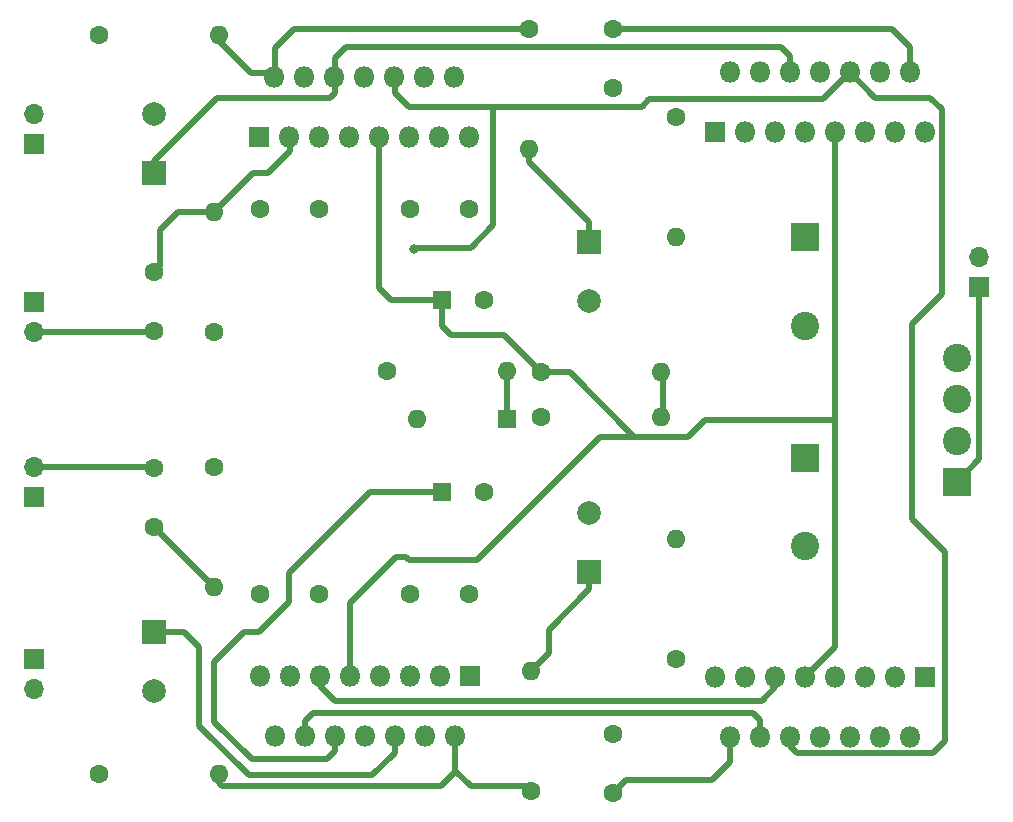
<source format=gbr>
G04 #@! TF.GenerationSoftware,KiCad,Pcbnew,(5.1.8-0-10_14)*
G04 #@! TF.CreationDate,2020-12-22T15:40:18-08:00*
G04 #@! TF.ProjectId,DualPedalBoardAmpSt,4475616c-5065-4646-916c-426f61726441,rev?*
G04 #@! TF.SameCoordinates,Original*
G04 #@! TF.FileFunction,Copper,L4,Bot*
G04 #@! TF.FilePolarity,Positive*
%FSLAX46Y46*%
G04 Gerber Fmt 4.6, Leading zero omitted, Abs format (unit mm)*
G04 Created by KiCad (PCBNEW (5.1.8-0-10_14)) date 2020-12-22 15:40:18*
%MOMM*%
%LPD*%
G01*
G04 APERTURE LIST*
G04 #@! TA.AperFunction,ComponentPad*
%ADD10C,2.400000*%
G04 #@! TD*
G04 #@! TA.AperFunction,ComponentPad*
%ADD11R,2.400000X2.400000*%
G04 #@! TD*
G04 #@! TA.AperFunction,ComponentPad*
%ADD12O,1.800000X1.800000*%
G04 #@! TD*
G04 #@! TA.AperFunction,ComponentPad*
%ADD13R,1.800000X1.800000*%
G04 #@! TD*
G04 #@! TA.AperFunction,ComponentPad*
%ADD14O,1.600000X1.600000*%
G04 #@! TD*
G04 #@! TA.AperFunction,ComponentPad*
%ADD15C,1.600000*%
G04 #@! TD*
G04 #@! TA.AperFunction,ComponentPad*
%ADD16C,2.000000*%
G04 #@! TD*
G04 #@! TA.AperFunction,ComponentPad*
%ADD17R,2.000000X2.000000*%
G04 #@! TD*
G04 #@! TA.AperFunction,ComponentPad*
%ADD18R,1.600000X1.600000*%
G04 #@! TD*
G04 #@! TA.AperFunction,ComponentPad*
%ADD19O,1.700000X1.700000*%
G04 #@! TD*
G04 #@! TA.AperFunction,ComponentPad*
%ADD20R,1.700000X1.700000*%
G04 #@! TD*
G04 #@! TA.AperFunction,ViaPad*
%ADD21C,0.800000*%
G04 #@! TD*
G04 #@! TA.AperFunction,Conductor*
%ADD22C,0.508000*%
G04 #@! TD*
G04 #@! TA.AperFunction,Conductor*
%ADD23C,1.270000*%
G04 #@! TD*
G04 APERTURE END LIST*
D10*
X196215000Y-72050000D03*
X196215000Y-75550000D03*
X196215000Y-79050000D03*
D11*
X196215000Y-82550000D03*
D12*
X175768000Y-99060000D03*
X177038000Y-104140000D03*
X178308000Y-99060000D03*
X179578000Y-104140000D03*
X180848000Y-99060000D03*
X182118000Y-104140000D03*
X183388000Y-99060000D03*
X184658000Y-104140000D03*
X185928000Y-99060000D03*
X187198000Y-104140000D03*
X188468000Y-99060000D03*
X189738000Y-104140000D03*
X191008000Y-99060000D03*
X192278000Y-104140000D03*
D13*
X193548000Y-99060000D03*
D12*
X154940000Y-53340000D03*
X153670000Y-48260000D03*
X152400000Y-53340000D03*
X151130000Y-48260000D03*
X149860000Y-53340000D03*
X148590000Y-48260000D03*
X147320000Y-53340000D03*
X146050000Y-48260000D03*
X144780000Y-53340000D03*
X143510000Y-48260000D03*
X142240000Y-53340000D03*
X140970000Y-48260000D03*
X139700000Y-53340000D03*
X138430000Y-48260000D03*
D13*
X137160000Y-53340000D03*
D14*
X172466000Y-87376000D03*
D15*
X172466000Y-97536000D03*
D12*
X193548000Y-52959000D03*
X192278000Y-47879000D03*
X191008000Y-52959000D03*
X189738000Y-47879000D03*
X188468000Y-52959000D03*
X187198000Y-47879000D03*
X185928000Y-52959000D03*
X184658000Y-47879000D03*
X183388000Y-52959000D03*
X182118000Y-47879000D03*
X180848000Y-52959000D03*
X179578000Y-47879000D03*
X178308000Y-52959000D03*
X177038000Y-47879000D03*
D13*
X175768000Y-52959000D03*
D14*
X172466000Y-61849000D03*
D15*
X172466000Y-51689000D03*
X167132000Y-108886000D03*
X167132000Y-103886000D03*
X167132000Y-44196000D03*
X167132000Y-49196000D03*
D16*
X128270000Y-100250000D03*
D17*
X128270000Y-95250000D03*
D16*
X128270000Y-51388000D03*
D17*
X128270000Y-56388000D03*
D15*
X156154000Y-67183000D03*
D18*
X152654000Y-67183000D03*
D15*
X156154000Y-83439000D03*
D18*
X152654000Y-83439000D03*
D16*
X165100000Y-67230000D03*
D17*
X165100000Y-62230000D03*
D16*
X165100000Y-85170000D03*
D17*
X165100000Y-90170000D03*
D14*
X171196000Y-77089000D03*
D15*
X161036000Y-77089000D03*
X149940000Y-92075000D03*
X154940000Y-92075000D03*
D12*
X137220000Y-99000000D03*
X138490000Y-104080000D03*
X139760000Y-99000000D03*
X141030000Y-104080000D03*
X142300000Y-99000000D03*
X143570000Y-104080000D03*
X144840000Y-99000000D03*
X146110000Y-104080000D03*
X147380000Y-99000000D03*
X148650000Y-104080000D03*
X149920000Y-99000000D03*
X151190000Y-104080000D03*
X152460000Y-99000000D03*
X153730000Y-104080000D03*
D13*
X155000000Y-99000000D03*
D14*
X133731000Y-107315000D03*
D15*
X123571000Y-107315000D03*
D14*
X133350000Y-91440000D03*
D15*
X133350000Y-81280000D03*
D14*
X160147000Y-98552000D03*
D15*
X160147000Y-108712000D03*
D19*
X118110000Y-100076000D03*
D20*
X118110000Y-97536000D03*
D19*
X118110000Y-81280000D03*
D20*
X118110000Y-83820000D03*
D15*
X137240000Y-92000000D03*
X142240000Y-92000000D03*
X128270000Y-81360000D03*
X128270000Y-86360000D03*
D19*
X198120000Y-63500000D03*
D20*
X198120000Y-66040000D03*
D14*
X133731000Y-44704000D03*
D15*
X123571000Y-44704000D03*
D14*
X158115000Y-73152000D03*
D15*
X147955000Y-73152000D03*
D14*
X171196000Y-73279000D03*
D15*
X161036000Y-73279000D03*
D14*
X133350000Y-59690000D03*
D15*
X133350000Y-69850000D03*
D14*
X160020000Y-54356000D03*
D15*
X160020000Y-44196000D03*
D19*
X118110000Y-51435000D03*
D20*
X118110000Y-53975000D03*
D19*
X118110000Y-69850000D03*
D20*
X118110000Y-67310000D03*
D14*
X150495000Y-77216000D03*
D18*
X158115000Y-77216000D03*
D10*
X183388000Y-69349000D03*
D11*
X183388000Y-61849000D03*
D15*
X149940000Y-59436000D03*
X154940000Y-59436000D03*
D10*
X183388000Y-88018000D03*
D11*
X183388000Y-80518000D03*
D15*
X137240000Y-59436000D03*
X142240000Y-59436000D03*
X128270000Y-69770000D03*
X128270000Y-64770000D03*
D21*
X150241000Y-62865000D03*
D22*
X160020000Y-55499000D02*
X160020000Y-54356000D01*
X165100000Y-60579000D02*
X160020000Y-55499000D01*
X165100000Y-62230000D02*
X165100000Y-60579000D01*
X128190000Y-69850000D02*
X118110000Y-69850000D01*
X128270000Y-69770000D02*
X128190000Y-69850000D01*
X139750000Y-54560000D02*
X139750000Y-53000000D01*
X137922000Y-56388000D02*
X139750000Y-54560000D01*
X136652000Y-56388000D02*
X137922000Y-56388000D01*
X133350000Y-59690000D02*
X136652000Y-56388000D01*
X130302000Y-59690000D02*
X133350000Y-59690000D01*
X128778000Y-61214000D02*
X130302000Y-59690000D01*
X128778000Y-64262000D02*
X128778000Y-61214000D01*
X128270000Y-64770000D02*
X128778000Y-64262000D01*
X158115000Y-72771000D02*
X158115000Y-77216000D01*
X133731000Y-45212000D02*
X133731000Y-44704000D01*
X136439000Y-47920000D02*
X133731000Y-45212000D01*
X138480000Y-47920000D02*
X136439000Y-47920000D01*
X138480000Y-45797000D02*
X138480000Y-47920000D01*
X140081000Y-44196000D02*
X138480000Y-45797000D01*
X160020000Y-44196000D02*
X140081000Y-44196000D01*
X198120000Y-80645000D02*
X196215000Y-82550000D01*
X198120000Y-66040000D02*
X198120000Y-80645000D01*
X165100000Y-91630500D02*
X165100000Y-90170000D01*
X161671000Y-95059500D02*
X165100000Y-91630500D01*
X161671000Y-97028000D02*
X161671000Y-95059500D01*
X160147000Y-98552000D02*
X161671000Y-97028000D01*
X128190000Y-81280000D02*
X118110000Y-81280000D01*
X128270000Y-81360000D02*
X128190000Y-81280000D01*
X133350000Y-91440000D02*
X128270000Y-86360000D01*
X133731000Y-108077000D02*
X133731000Y-107315000D01*
X133985000Y-108331000D02*
X133731000Y-108077000D01*
X153730000Y-107128000D02*
X152527000Y-108331000D01*
X152527000Y-108331000D02*
X133985000Y-108331000D01*
X153730000Y-104080000D02*
X153730000Y-107128000D01*
X159766000Y-108331000D02*
X160147000Y-108712000D01*
X155067000Y-108331000D02*
X159766000Y-108331000D01*
X153730000Y-106994000D02*
X155067000Y-108331000D01*
X153730000Y-104080000D02*
X153730000Y-106994000D01*
D23*
X183388000Y-69215000D02*
X183388000Y-69349000D01*
X183381000Y-69342000D02*
X183388000Y-69349000D01*
D22*
X148640000Y-49580000D02*
X149860000Y-50800000D01*
X148640000Y-47920000D02*
X148640000Y-49580000D01*
X149860000Y-50800000D02*
X156972000Y-50800000D01*
X169545000Y-50800000D02*
X156972000Y-50800000D01*
X170180000Y-50165000D02*
X169545000Y-50800000D01*
X184912000Y-50165000D02*
X170180000Y-50165000D01*
X187198000Y-47879000D02*
X184912000Y-50165000D01*
X182710001Y-105494001D02*
X194225999Y-105494001D01*
X195199000Y-104521000D02*
X195199000Y-98093798D01*
X194225999Y-105494001D02*
X195199000Y-104521000D01*
X182118000Y-104902000D02*
X182710001Y-105494001D01*
X182118000Y-104140000D02*
X182118000Y-104902000D01*
X189322999Y-50003999D02*
X187198000Y-47879000D01*
X194945000Y-50961001D02*
X193987998Y-50003999D01*
X193987998Y-50003999D02*
X189322999Y-50003999D01*
X192405000Y-85725000D02*
X192405000Y-69215000D01*
X195199000Y-88519000D02*
X192405000Y-85725000D01*
X194945000Y-66675000D02*
X194945000Y-50961001D01*
X192405000Y-69215000D02*
X194945000Y-66675000D01*
X195199000Y-98044000D02*
X195199000Y-88519000D01*
X156972000Y-60833000D02*
X155067000Y-62738000D01*
X150368000Y-62738000D02*
X150241000Y-62865000D01*
X155067000Y-62738000D02*
X150368000Y-62738000D01*
X156972000Y-50800000D02*
X156972000Y-60833000D01*
X146558000Y-83439000D02*
X152654000Y-83439000D01*
X139700000Y-90297000D02*
X146558000Y-83439000D01*
X135890000Y-95250000D02*
X137160000Y-95250000D01*
X133350000Y-102870000D02*
X133350000Y-97790000D01*
X139700000Y-92710000D02*
X139700000Y-90297000D01*
X137160000Y-95250000D02*
X139700000Y-92710000D01*
X142875000Y-106045000D02*
X136525000Y-106045000D01*
X136525000Y-106045000D02*
X133350000Y-102870000D01*
X133350000Y-97790000D02*
X135890000Y-95250000D01*
X143570000Y-105350000D02*
X142875000Y-106045000D01*
X143570000Y-104080000D02*
X143570000Y-105350000D01*
X185928000Y-96520000D02*
X183388000Y-99060000D01*
X185928000Y-52959000D02*
X185928000Y-96520000D01*
X183388000Y-99060000D02*
X182880000Y-98552000D01*
X147320000Y-53050000D02*
X147370000Y-53000000D01*
X148336000Y-67183000D02*
X147320000Y-66167000D01*
X147320000Y-66167000D02*
X147320000Y-53050000D01*
X152654000Y-67183000D02*
X148336000Y-67183000D01*
X163449000Y-73279000D02*
X161036000Y-73279000D01*
X173482000Y-78740000D02*
X168910000Y-78740000D01*
X168910000Y-78740000D02*
X163449000Y-73279000D01*
X174879000Y-77343000D02*
X173482000Y-78740000D01*
X185928000Y-77343000D02*
X174879000Y-77343000D01*
X165989000Y-78740000D02*
X169672000Y-78740000D01*
X155575000Y-89154000D02*
X165989000Y-78740000D01*
X149860000Y-89154000D02*
X155575000Y-89154000D01*
X144840000Y-99000000D02*
X144840000Y-92777000D01*
X144840000Y-92777000D02*
X148717000Y-88900000D01*
X149606000Y-88900000D02*
X149860000Y-89154000D01*
X148717000Y-88900000D02*
X149606000Y-88900000D01*
X152654000Y-69342000D02*
X152654000Y-67183000D01*
X153416000Y-70104000D02*
X152654000Y-69342000D01*
X157861000Y-70104000D02*
X153416000Y-70104000D01*
X161036000Y-73279000D02*
X157861000Y-70104000D01*
X182118000Y-47879000D02*
X182118000Y-47244000D01*
X128270000Y-55372000D02*
X128270000Y-56388000D01*
X133604000Y-50038000D02*
X128270000Y-55372000D01*
X143129000Y-50038000D02*
X133604000Y-50038000D01*
X143560000Y-46686000D02*
X143560000Y-49607000D01*
X144526000Y-45720000D02*
X143560000Y-46686000D01*
X181356000Y-45720000D02*
X144526000Y-45720000D01*
X182118000Y-46482000D02*
X181356000Y-45720000D01*
X143560000Y-49607000D02*
X143129000Y-50038000D01*
X182118000Y-47879000D02*
X182118000Y-46482000D01*
X179578000Y-102743000D02*
X179578000Y-104140000D01*
X178943000Y-102108000D02*
X179578000Y-102743000D01*
X141030000Y-102810000D02*
X141732000Y-102108000D01*
X141732000Y-102108000D02*
X178943000Y-102108000D01*
X141030000Y-104080000D02*
X141030000Y-102810000D01*
X136280511Y-107388011D02*
X132080000Y-103187500D01*
X132080000Y-103187500D02*
X132080000Y-96520000D01*
X148650000Y-105477000D02*
X146738989Y-107388011D01*
X130810000Y-95250000D02*
X128270000Y-95250000D01*
X132080000Y-96520000D02*
X130810000Y-95250000D01*
X146738989Y-107388011D02*
X136280511Y-107388011D01*
X148650000Y-104080000D02*
X148650000Y-105477000D01*
X171323000Y-73406000D02*
X171323000Y-76962000D01*
X171323000Y-76962000D02*
X171196000Y-77089000D01*
X171196000Y-73279000D02*
X171323000Y-73406000D01*
X180848000Y-99949000D02*
X180848000Y-99060000D01*
X179705000Y-101092000D02*
X180848000Y-99949000D01*
X143570000Y-101092000D02*
X179705000Y-101092000D01*
X142300000Y-99822000D02*
X143570000Y-101092000D01*
X142300000Y-99000000D02*
X142300000Y-99822000D01*
X192278000Y-47879000D02*
X192278000Y-45720000D01*
X190754000Y-44196000D02*
X167132000Y-44196000D01*
X192278000Y-45720000D02*
X190754000Y-44196000D01*
X168195000Y-107823000D02*
X167132000Y-108886000D01*
X175514000Y-107823000D02*
X168195000Y-107823000D01*
X177038000Y-106299000D02*
X175514000Y-107823000D01*
X177038000Y-104140000D02*
X177038000Y-106299000D01*
M02*

</source>
